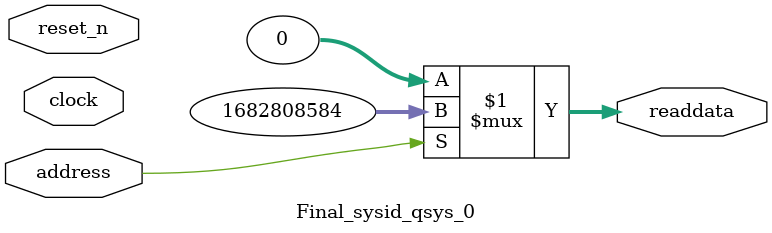
<source format=v>



// synthesis translate_off
`timescale 1ns / 1ps
// synthesis translate_on

// turn off superfluous verilog processor warnings 
// altera message_level Level1 
// altera message_off 10034 10035 10036 10037 10230 10240 10030 

module Final_sysid_qsys_0 (
               // inputs:
                address,
                clock,
                reset_n,

               // outputs:
                readdata
             )
;

  output  [ 31: 0] readdata;
  input            address;
  input            clock;
  input            reset_n;

  wire    [ 31: 0] readdata;
  //control_slave, which is an e_avalon_slave
  assign readdata = address ? 1682808584 : 0;

endmodule



</source>
